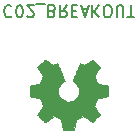
<source format=gbr>
G04 #@! TF.GenerationSoftware,KiCad,Pcbnew,5.1.5-52549c5~86~ubuntu18.04.1*
G04 #@! TF.CreationDate,2020-09-08T17:42:28-05:00*
G04 #@! TF.ProjectId,C02,4330322e-6b69-4636-9164-5f7063625858,rev?*
G04 #@! TF.SameCoordinates,Original*
G04 #@! TF.FileFunction,Legend,Bot*
G04 #@! TF.FilePolarity,Positive*
%FSLAX46Y46*%
G04 Gerber Fmt 4.6, Leading zero omitted, Abs format (unit mm)*
G04 Created by KiCad (PCBNEW 5.1.5-52549c5~86~ubuntu18.04.1) date 2020-09-08 17:42:28*
%MOMM*%
%LPD*%
G04 APERTURE LIST*
%ADD10C,0.150000*%
%ADD11C,0.010000*%
G04 APERTURE END LIST*
D10*
X44036266Y-39622457D02*
X43988647Y-39574838D01*
X43845790Y-39527219D01*
X43750552Y-39527219D01*
X43607695Y-39574838D01*
X43512457Y-39670076D01*
X43464838Y-39765314D01*
X43417219Y-39955790D01*
X43417219Y-40098647D01*
X43464838Y-40289123D01*
X43512457Y-40384361D01*
X43607695Y-40479600D01*
X43750552Y-40527219D01*
X43845790Y-40527219D01*
X43988647Y-40479600D01*
X44036266Y-40431980D01*
X44655314Y-40527219D02*
X44750552Y-40527219D01*
X44845790Y-40479600D01*
X44893409Y-40431980D01*
X44941028Y-40336742D01*
X44988647Y-40146266D01*
X44988647Y-39908171D01*
X44941028Y-39717695D01*
X44893409Y-39622457D01*
X44845790Y-39574838D01*
X44750552Y-39527219D01*
X44655314Y-39527219D01*
X44560076Y-39574838D01*
X44512457Y-39622457D01*
X44464838Y-39717695D01*
X44417219Y-39908171D01*
X44417219Y-40146266D01*
X44464838Y-40336742D01*
X44512457Y-40431980D01*
X44560076Y-40479600D01*
X44655314Y-40527219D01*
X45369600Y-40431980D02*
X45417219Y-40479600D01*
X45512457Y-40527219D01*
X45750552Y-40527219D01*
X45845790Y-40479600D01*
X45893409Y-40431980D01*
X45941028Y-40336742D01*
X45941028Y-40241504D01*
X45893409Y-40098647D01*
X45321980Y-39527219D01*
X45941028Y-39527219D01*
X46131504Y-39431980D02*
X46893409Y-39431980D01*
X47464838Y-40051028D02*
X47607695Y-40003409D01*
X47655314Y-39955790D01*
X47702933Y-39860552D01*
X47702933Y-39717695D01*
X47655314Y-39622457D01*
X47607695Y-39574838D01*
X47512457Y-39527219D01*
X47131504Y-39527219D01*
X47131504Y-40527219D01*
X47464838Y-40527219D01*
X47560076Y-40479600D01*
X47607695Y-40431980D01*
X47655314Y-40336742D01*
X47655314Y-40241504D01*
X47607695Y-40146266D01*
X47560076Y-40098647D01*
X47464838Y-40051028D01*
X47131504Y-40051028D01*
X48702933Y-39527219D02*
X48369600Y-40003409D01*
X48131504Y-39527219D02*
X48131504Y-40527219D01*
X48512457Y-40527219D01*
X48607695Y-40479600D01*
X48655314Y-40431980D01*
X48702933Y-40336742D01*
X48702933Y-40193885D01*
X48655314Y-40098647D01*
X48607695Y-40051028D01*
X48512457Y-40003409D01*
X48131504Y-40003409D01*
X49131504Y-40051028D02*
X49464838Y-40051028D01*
X49607695Y-39527219D02*
X49131504Y-39527219D01*
X49131504Y-40527219D01*
X49607695Y-40527219D01*
X49988647Y-39812933D02*
X50464838Y-39812933D01*
X49893409Y-39527219D02*
X50226742Y-40527219D01*
X50560076Y-39527219D01*
X50893409Y-39527219D02*
X50893409Y-40527219D01*
X51464838Y-39527219D02*
X51036266Y-40098647D01*
X51464838Y-40527219D02*
X50893409Y-39955790D01*
X52083885Y-40527219D02*
X52274361Y-40527219D01*
X52369600Y-40479600D01*
X52464838Y-40384361D01*
X52512457Y-40193885D01*
X52512457Y-39860552D01*
X52464838Y-39670076D01*
X52369600Y-39574838D01*
X52274361Y-39527219D01*
X52083885Y-39527219D01*
X51988647Y-39574838D01*
X51893409Y-39670076D01*
X51845790Y-39860552D01*
X51845790Y-40193885D01*
X51893409Y-40384361D01*
X51988647Y-40479600D01*
X52083885Y-40527219D01*
X52941028Y-40527219D02*
X52941028Y-39717695D01*
X52988647Y-39622457D01*
X53036266Y-39574838D01*
X53131504Y-39527219D01*
X53321980Y-39527219D01*
X53417219Y-39574838D01*
X53464838Y-39622457D01*
X53512457Y-39717695D01*
X53512457Y-40527219D01*
X53845790Y-40527219D02*
X54417219Y-40527219D01*
X54131504Y-39527219D02*
X54131504Y-40527219D01*
D11*
G36*
X49425414Y-49622669D02*
G01*
X49509235Y-49178045D01*
X49818520Y-49050547D01*
X50127806Y-48923049D01*
X50498846Y-49175354D01*
X50602757Y-49245604D01*
X50696687Y-49308328D01*
X50776252Y-49360662D01*
X50837070Y-49399743D01*
X50874757Y-49422707D01*
X50885021Y-49427658D01*
X50903510Y-49414924D01*
X50943020Y-49379718D01*
X50999122Y-49326538D01*
X51067387Y-49259882D01*
X51143386Y-49184246D01*
X51222692Y-49104128D01*
X51300875Y-49024026D01*
X51373507Y-48948436D01*
X51436159Y-48881855D01*
X51484403Y-48828782D01*
X51513810Y-48793713D01*
X51520841Y-48781977D01*
X51510723Y-48760340D01*
X51482359Y-48712938D01*
X51438729Y-48644407D01*
X51382818Y-48559385D01*
X51317606Y-48462507D01*
X51279819Y-48407250D01*
X51210943Y-48306352D01*
X51149740Y-48215301D01*
X51099178Y-48138630D01*
X51062228Y-48080872D01*
X51041858Y-48046557D01*
X51038797Y-48039346D01*
X51045736Y-48018852D01*
X51064651Y-47971087D01*
X51092687Y-47902768D01*
X51126991Y-47820611D01*
X51164709Y-47731330D01*
X51202987Y-47641642D01*
X51238970Y-47558262D01*
X51269806Y-47487906D01*
X51292639Y-47437290D01*
X51304617Y-47413129D01*
X51305324Y-47412178D01*
X51324131Y-47407564D01*
X51374218Y-47397272D01*
X51450393Y-47382313D01*
X51547465Y-47363699D01*
X51660243Y-47342441D01*
X51726042Y-47330182D01*
X51846550Y-47307238D01*
X51955397Y-47285405D01*
X52047076Y-47265878D01*
X52116081Y-47249852D01*
X52156904Y-47238521D01*
X52165111Y-47234926D01*
X52173148Y-47210594D01*
X52179633Y-47155641D01*
X52184570Y-47076492D01*
X52187964Y-46979574D01*
X52189818Y-46871313D01*
X52190138Y-46758135D01*
X52188927Y-46646465D01*
X52186190Y-46542732D01*
X52181931Y-46453359D01*
X52176155Y-46384774D01*
X52168867Y-46343403D01*
X52164495Y-46334790D01*
X52138364Y-46324467D01*
X52082993Y-46309708D01*
X52005707Y-46292248D01*
X51913830Y-46273820D01*
X51881758Y-46267859D01*
X51727124Y-46239534D01*
X51604975Y-46216724D01*
X51511273Y-46198520D01*
X51441984Y-46184017D01*
X51393071Y-46172308D01*
X51360497Y-46162485D01*
X51340228Y-46153644D01*
X51328226Y-46144876D01*
X51326547Y-46143143D01*
X51309784Y-46115229D01*
X51284214Y-46060905D01*
X51252388Y-45986823D01*
X51216860Y-45899635D01*
X51180183Y-45805992D01*
X51144911Y-45712548D01*
X51113596Y-45625953D01*
X51088793Y-45552860D01*
X51073054Y-45499922D01*
X51068932Y-45473789D01*
X51069276Y-45472874D01*
X51083241Y-45451514D01*
X51114922Y-45404516D01*
X51160991Y-45336773D01*
X51218118Y-45253177D01*
X51282973Y-45158618D01*
X51301443Y-45131746D01*
X51367299Y-45034325D01*
X51425250Y-44945437D01*
X51472138Y-44870188D01*
X51504807Y-44813680D01*
X51520100Y-44781019D01*
X51520841Y-44777007D01*
X51507992Y-44755916D01*
X51472488Y-44714136D01*
X51418893Y-44656155D01*
X51351771Y-44586465D01*
X51275687Y-44509555D01*
X51195204Y-44429917D01*
X51114887Y-44352039D01*
X51039299Y-44280414D01*
X50973005Y-44219530D01*
X50920569Y-44173879D01*
X50886555Y-44147950D01*
X50877145Y-44143717D01*
X50855243Y-44153688D01*
X50810400Y-44180580D01*
X50749921Y-44219864D01*
X50703389Y-44251483D01*
X50619075Y-44309502D01*
X50519226Y-44377816D01*
X50419073Y-44446021D01*
X50365227Y-44482525D01*
X50182971Y-44605800D01*
X50029981Y-44523080D01*
X49960282Y-44486841D01*
X49901014Y-44458674D01*
X49860911Y-44442609D01*
X49850703Y-44440374D01*
X49838429Y-44456878D01*
X49814213Y-44503518D01*
X49779863Y-44575991D01*
X49737188Y-44669994D01*
X49687994Y-44781226D01*
X49634090Y-44905385D01*
X49577284Y-45038168D01*
X49519382Y-45175273D01*
X49462193Y-45312398D01*
X49407524Y-45445242D01*
X49357184Y-45569502D01*
X49312980Y-45680875D01*
X49276719Y-45775061D01*
X49250209Y-45847756D01*
X49235258Y-45894659D01*
X49232854Y-45910767D01*
X49251911Y-45931314D01*
X49293636Y-45964667D01*
X49349306Y-46003898D01*
X49353978Y-46007001D01*
X49497864Y-46122177D01*
X49613883Y-46256547D01*
X49701030Y-46405816D01*
X49758299Y-46565687D01*
X49784686Y-46731863D01*
X49779185Y-46900048D01*
X49740790Y-47065945D01*
X49668495Y-47225258D01*
X49647226Y-47260113D01*
X49536596Y-47400863D01*
X49405902Y-47513886D01*
X49259664Y-47598597D01*
X49102408Y-47654406D01*
X48938657Y-47680726D01*
X48772933Y-47676970D01*
X48609762Y-47642550D01*
X48453665Y-47576877D01*
X48309167Y-47479365D01*
X48264469Y-47439787D01*
X48150712Y-47315897D01*
X48067818Y-47185476D01*
X48010956Y-47039285D01*
X47979287Y-46894512D01*
X47971469Y-46731740D01*
X47997538Y-46568160D01*
X48054845Y-46409302D01*
X48140744Y-46260694D01*
X48252586Y-46127865D01*
X48387723Y-46016344D01*
X48405483Y-46004589D01*
X48461750Y-45966092D01*
X48504523Y-45932737D01*
X48524972Y-45911440D01*
X48525269Y-45910767D01*
X48520879Y-45887729D01*
X48503476Y-45835443D01*
X48474868Y-45758210D01*
X48436865Y-45660332D01*
X48391274Y-45546109D01*
X48339903Y-45419842D01*
X48284562Y-45285833D01*
X48227058Y-45148382D01*
X48169201Y-45011792D01*
X48112798Y-44880363D01*
X48059658Y-44758395D01*
X48011590Y-44650191D01*
X47970401Y-44560051D01*
X47937901Y-44492277D01*
X47915897Y-44451170D01*
X47907036Y-44440374D01*
X47879960Y-44448781D01*
X47829297Y-44471328D01*
X47763783Y-44503987D01*
X47727759Y-44523080D01*
X47574768Y-44605800D01*
X47392512Y-44482525D01*
X47299475Y-44419372D01*
X47197615Y-44349873D01*
X47102162Y-44284435D01*
X47054350Y-44251483D01*
X46987105Y-44206327D01*
X46930164Y-44170543D01*
X46890954Y-44148662D01*
X46878219Y-44144037D01*
X46859683Y-44156515D01*
X46818659Y-44191348D01*
X46759125Y-44244922D01*
X46685058Y-44313617D01*
X46600435Y-44393819D01*
X46546915Y-44445314D01*
X46453281Y-44537314D01*
X46372359Y-44619601D01*
X46307423Y-44688655D01*
X46261742Y-44740956D01*
X46238589Y-44772984D01*
X46236368Y-44779484D01*
X46246676Y-44804206D01*
X46275161Y-44854195D01*
X46318663Y-44924388D01*
X46374023Y-45009725D01*
X46438080Y-45105144D01*
X46456297Y-45131746D01*
X46522673Y-45228433D01*
X46582222Y-45315483D01*
X46631616Y-45388005D01*
X46667525Y-45441107D01*
X46686619Y-45469897D01*
X46688464Y-45472874D01*
X46685705Y-45495818D01*
X46671062Y-45546264D01*
X46647087Y-45617559D01*
X46616334Y-45703053D01*
X46581356Y-45796093D01*
X46544707Y-45890026D01*
X46508939Y-45978201D01*
X46476606Y-46053966D01*
X46450262Y-46110669D01*
X46432458Y-46141657D01*
X46431193Y-46143143D01*
X46420306Y-46151999D01*
X46401918Y-46160757D01*
X46371994Y-46170323D01*
X46326497Y-46181604D01*
X46261391Y-46195507D01*
X46172639Y-46212937D01*
X46056207Y-46234802D01*
X45908058Y-46262009D01*
X45875982Y-46267859D01*
X45780914Y-46286226D01*
X45698035Y-46304195D01*
X45634670Y-46320031D01*
X45598142Y-46332000D01*
X45593244Y-46334790D01*
X45585173Y-46359528D01*
X45578613Y-46414810D01*
X45573567Y-46494211D01*
X45570041Y-46591304D01*
X45568039Y-46699662D01*
X45567564Y-46812860D01*
X45568623Y-46924472D01*
X45571218Y-47028071D01*
X45575354Y-47117232D01*
X45581037Y-47185528D01*
X45588269Y-47226534D01*
X45592629Y-47234926D01*
X45616902Y-47243392D01*
X45672174Y-47257165D01*
X45752938Y-47275050D01*
X45853688Y-47295852D01*
X45968917Y-47318377D01*
X46031698Y-47330182D01*
X46150813Y-47352449D01*
X46257035Y-47372621D01*
X46345173Y-47389685D01*
X46410034Y-47402631D01*
X46446426Y-47410445D01*
X46452416Y-47412178D01*
X46462539Y-47431710D01*
X46483938Y-47478757D01*
X46513761Y-47546597D01*
X46549155Y-47628509D01*
X46587268Y-47717772D01*
X46625247Y-47807665D01*
X46660240Y-47891465D01*
X46689394Y-47962453D01*
X46709857Y-48013906D01*
X46718777Y-48039103D01*
X46718943Y-48040204D01*
X46708831Y-48060081D01*
X46680483Y-48105823D01*
X46636877Y-48172883D01*
X46580994Y-48256716D01*
X46515813Y-48352774D01*
X46477921Y-48407950D01*
X46408875Y-48509119D01*
X46347550Y-48600970D01*
X46296937Y-48678856D01*
X46260029Y-48738131D01*
X46239818Y-48774149D01*
X46236899Y-48782223D01*
X46249447Y-48801016D01*
X46284137Y-48841143D01*
X46336537Y-48898107D01*
X46402216Y-48967415D01*
X46476744Y-49044569D01*
X46555687Y-49125075D01*
X46634617Y-49204437D01*
X46709100Y-49278160D01*
X46774706Y-49341748D01*
X46827004Y-49390706D01*
X46861561Y-49420539D01*
X46873122Y-49427658D01*
X46891946Y-49417647D01*
X46936969Y-49389522D01*
X47003813Y-49346146D01*
X47088101Y-49290382D01*
X47185456Y-49225094D01*
X47258893Y-49175354D01*
X47629933Y-48923049D01*
X48248505Y-49178045D01*
X48332325Y-49622669D01*
X48416146Y-50067293D01*
X49341594Y-50067293D01*
X49425414Y-49622669D01*
G37*
X49425414Y-49622669D02*
X49509235Y-49178045D01*
X49818520Y-49050547D01*
X50127806Y-48923049D01*
X50498846Y-49175354D01*
X50602757Y-49245604D01*
X50696687Y-49308328D01*
X50776252Y-49360662D01*
X50837070Y-49399743D01*
X50874757Y-49422707D01*
X50885021Y-49427658D01*
X50903510Y-49414924D01*
X50943020Y-49379718D01*
X50999122Y-49326538D01*
X51067387Y-49259882D01*
X51143386Y-49184246D01*
X51222692Y-49104128D01*
X51300875Y-49024026D01*
X51373507Y-48948436D01*
X51436159Y-48881855D01*
X51484403Y-48828782D01*
X51513810Y-48793713D01*
X51520841Y-48781977D01*
X51510723Y-48760340D01*
X51482359Y-48712938D01*
X51438729Y-48644407D01*
X51382818Y-48559385D01*
X51317606Y-48462507D01*
X51279819Y-48407250D01*
X51210943Y-48306352D01*
X51149740Y-48215301D01*
X51099178Y-48138630D01*
X51062228Y-48080872D01*
X51041858Y-48046557D01*
X51038797Y-48039346D01*
X51045736Y-48018852D01*
X51064651Y-47971087D01*
X51092687Y-47902768D01*
X51126991Y-47820611D01*
X51164709Y-47731330D01*
X51202987Y-47641642D01*
X51238970Y-47558262D01*
X51269806Y-47487906D01*
X51292639Y-47437290D01*
X51304617Y-47413129D01*
X51305324Y-47412178D01*
X51324131Y-47407564D01*
X51374218Y-47397272D01*
X51450393Y-47382313D01*
X51547465Y-47363699D01*
X51660243Y-47342441D01*
X51726042Y-47330182D01*
X51846550Y-47307238D01*
X51955397Y-47285405D01*
X52047076Y-47265878D01*
X52116081Y-47249852D01*
X52156904Y-47238521D01*
X52165111Y-47234926D01*
X52173148Y-47210594D01*
X52179633Y-47155641D01*
X52184570Y-47076492D01*
X52187964Y-46979574D01*
X52189818Y-46871313D01*
X52190138Y-46758135D01*
X52188927Y-46646465D01*
X52186190Y-46542732D01*
X52181931Y-46453359D01*
X52176155Y-46384774D01*
X52168867Y-46343403D01*
X52164495Y-46334790D01*
X52138364Y-46324467D01*
X52082993Y-46309708D01*
X52005707Y-46292248D01*
X51913830Y-46273820D01*
X51881758Y-46267859D01*
X51727124Y-46239534D01*
X51604975Y-46216724D01*
X51511273Y-46198520D01*
X51441984Y-46184017D01*
X51393071Y-46172308D01*
X51360497Y-46162485D01*
X51340228Y-46153644D01*
X51328226Y-46144876D01*
X51326547Y-46143143D01*
X51309784Y-46115229D01*
X51284214Y-46060905D01*
X51252388Y-45986823D01*
X51216860Y-45899635D01*
X51180183Y-45805992D01*
X51144911Y-45712548D01*
X51113596Y-45625953D01*
X51088793Y-45552860D01*
X51073054Y-45499922D01*
X51068932Y-45473789D01*
X51069276Y-45472874D01*
X51083241Y-45451514D01*
X51114922Y-45404516D01*
X51160991Y-45336773D01*
X51218118Y-45253177D01*
X51282973Y-45158618D01*
X51301443Y-45131746D01*
X51367299Y-45034325D01*
X51425250Y-44945437D01*
X51472138Y-44870188D01*
X51504807Y-44813680D01*
X51520100Y-44781019D01*
X51520841Y-44777007D01*
X51507992Y-44755916D01*
X51472488Y-44714136D01*
X51418893Y-44656155D01*
X51351771Y-44586465D01*
X51275687Y-44509555D01*
X51195204Y-44429917D01*
X51114887Y-44352039D01*
X51039299Y-44280414D01*
X50973005Y-44219530D01*
X50920569Y-44173879D01*
X50886555Y-44147950D01*
X50877145Y-44143717D01*
X50855243Y-44153688D01*
X50810400Y-44180580D01*
X50749921Y-44219864D01*
X50703389Y-44251483D01*
X50619075Y-44309502D01*
X50519226Y-44377816D01*
X50419073Y-44446021D01*
X50365227Y-44482525D01*
X50182971Y-44605800D01*
X50029981Y-44523080D01*
X49960282Y-44486841D01*
X49901014Y-44458674D01*
X49860911Y-44442609D01*
X49850703Y-44440374D01*
X49838429Y-44456878D01*
X49814213Y-44503518D01*
X49779863Y-44575991D01*
X49737188Y-44669994D01*
X49687994Y-44781226D01*
X49634090Y-44905385D01*
X49577284Y-45038168D01*
X49519382Y-45175273D01*
X49462193Y-45312398D01*
X49407524Y-45445242D01*
X49357184Y-45569502D01*
X49312980Y-45680875D01*
X49276719Y-45775061D01*
X49250209Y-45847756D01*
X49235258Y-45894659D01*
X49232854Y-45910767D01*
X49251911Y-45931314D01*
X49293636Y-45964667D01*
X49349306Y-46003898D01*
X49353978Y-46007001D01*
X49497864Y-46122177D01*
X49613883Y-46256547D01*
X49701030Y-46405816D01*
X49758299Y-46565687D01*
X49784686Y-46731863D01*
X49779185Y-46900048D01*
X49740790Y-47065945D01*
X49668495Y-47225258D01*
X49647226Y-47260113D01*
X49536596Y-47400863D01*
X49405902Y-47513886D01*
X49259664Y-47598597D01*
X49102408Y-47654406D01*
X48938657Y-47680726D01*
X48772933Y-47676970D01*
X48609762Y-47642550D01*
X48453665Y-47576877D01*
X48309167Y-47479365D01*
X48264469Y-47439787D01*
X48150712Y-47315897D01*
X48067818Y-47185476D01*
X48010956Y-47039285D01*
X47979287Y-46894512D01*
X47971469Y-46731740D01*
X47997538Y-46568160D01*
X48054845Y-46409302D01*
X48140744Y-46260694D01*
X48252586Y-46127865D01*
X48387723Y-46016344D01*
X48405483Y-46004589D01*
X48461750Y-45966092D01*
X48504523Y-45932737D01*
X48524972Y-45911440D01*
X48525269Y-45910767D01*
X48520879Y-45887729D01*
X48503476Y-45835443D01*
X48474868Y-45758210D01*
X48436865Y-45660332D01*
X48391274Y-45546109D01*
X48339903Y-45419842D01*
X48284562Y-45285833D01*
X48227058Y-45148382D01*
X48169201Y-45011792D01*
X48112798Y-44880363D01*
X48059658Y-44758395D01*
X48011590Y-44650191D01*
X47970401Y-44560051D01*
X47937901Y-44492277D01*
X47915897Y-44451170D01*
X47907036Y-44440374D01*
X47879960Y-44448781D01*
X47829297Y-44471328D01*
X47763783Y-44503987D01*
X47727759Y-44523080D01*
X47574768Y-44605800D01*
X47392512Y-44482525D01*
X47299475Y-44419372D01*
X47197615Y-44349873D01*
X47102162Y-44284435D01*
X47054350Y-44251483D01*
X46987105Y-44206327D01*
X46930164Y-44170543D01*
X46890954Y-44148662D01*
X46878219Y-44144037D01*
X46859683Y-44156515D01*
X46818659Y-44191348D01*
X46759125Y-44244922D01*
X46685058Y-44313617D01*
X46600435Y-44393819D01*
X46546915Y-44445314D01*
X46453281Y-44537314D01*
X46372359Y-44619601D01*
X46307423Y-44688655D01*
X46261742Y-44740956D01*
X46238589Y-44772984D01*
X46236368Y-44779484D01*
X46246676Y-44804206D01*
X46275161Y-44854195D01*
X46318663Y-44924388D01*
X46374023Y-45009725D01*
X46438080Y-45105144D01*
X46456297Y-45131746D01*
X46522673Y-45228433D01*
X46582222Y-45315483D01*
X46631616Y-45388005D01*
X46667525Y-45441107D01*
X46686619Y-45469897D01*
X46688464Y-45472874D01*
X46685705Y-45495818D01*
X46671062Y-45546264D01*
X46647087Y-45617559D01*
X46616334Y-45703053D01*
X46581356Y-45796093D01*
X46544707Y-45890026D01*
X46508939Y-45978201D01*
X46476606Y-46053966D01*
X46450262Y-46110669D01*
X46432458Y-46141657D01*
X46431193Y-46143143D01*
X46420306Y-46151999D01*
X46401918Y-46160757D01*
X46371994Y-46170323D01*
X46326497Y-46181604D01*
X46261391Y-46195507D01*
X46172639Y-46212937D01*
X46056207Y-46234802D01*
X45908058Y-46262009D01*
X45875982Y-46267859D01*
X45780914Y-46286226D01*
X45698035Y-46304195D01*
X45634670Y-46320031D01*
X45598142Y-46332000D01*
X45593244Y-46334790D01*
X45585173Y-46359528D01*
X45578613Y-46414810D01*
X45573567Y-46494211D01*
X45570041Y-46591304D01*
X45568039Y-46699662D01*
X45567564Y-46812860D01*
X45568623Y-46924472D01*
X45571218Y-47028071D01*
X45575354Y-47117232D01*
X45581037Y-47185528D01*
X45588269Y-47226534D01*
X45592629Y-47234926D01*
X45616902Y-47243392D01*
X45672174Y-47257165D01*
X45752938Y-47275050D01*
X45853688Y-47295852D01*
X45968917Y-47318377D01*
X46031698Y-47330182D01*
X46150813Y-47352449D01*
X46257035Y-47372621D01*
X46345173Y-47389685D01*
X46410034Y-47402631D01*
X46446426Y-47410445D01*
X46452416Y-47412178D01*
X46462539Y-47431710D01*
X46483938Y-47478757D01*
X46513761Y-47546597D01*
X46549155Y-47628509D01*
X46587268Y-47717772D01*
X46625247Y-47807665D01*
X46660240Y-47891465D01*
X46689394Y-47962453D01*
X46709857Y-48013906D01*
X46718777Y-48039103D01*
X46718943Y-48040204D01*
X46708831Y-48060081D01*
X46680483Y-48105823D01*
X46636877Y-48172883D01*
X46580994Y-48256716D01*
X46515813Y-48352774D01*
X46477921Y-48407950D01*
X46408875Y-48509119D01*
X46347550Y-48600970D01*
X46296937Y-48678856D01*
X46260029Y-48738131D01*
X46239818Y-48774149D01*
X46236899Y-48782223D01*
X46249447Y-48801016D01*
X46284137Y-48841143D01*
X46336537Y-48898107D01*
X46402216Y-48967415D01*
X46476744Y-49044569D01*
X46555687Y-49125075D01*
X46634617Y-49204437D01*
X46709100Y-49278160D01*
X46774706Y-49341748D01*
X46827004Y-49390706D01*
X46861561Y-49420539D01*
X46873122Y-49427658D01*
X46891946Y-49417647D01*
X46936969Y-49389522D01*
X47003813Y-49346146D01*
X47088101Y-49290382D01*
X47185456Y-49225094D01*
X47258893Y-49175354D01*
X47629933Y-48923049D01*
X48248505Y-49178045D01*
X48332325Y-49622669D01*
X48416146Y-50067293D01*
X49341594Y-50067293D01*
X49425414Y-49622669D01*
M02*

</source>
